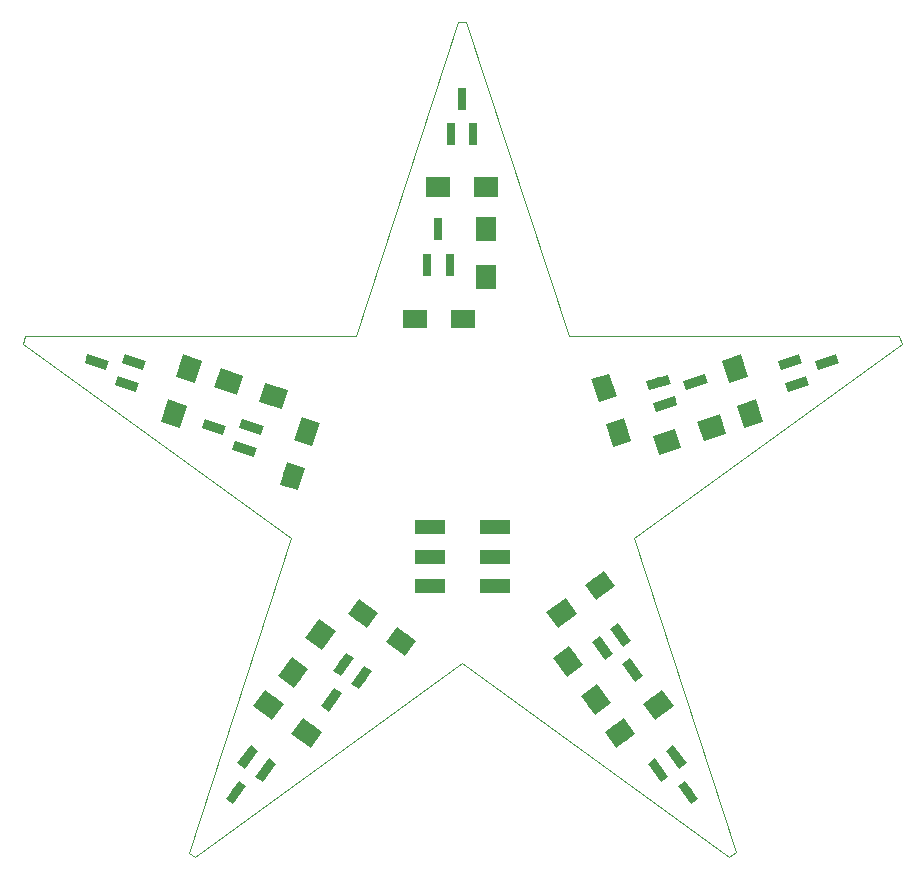
<source format=gtp>
G04 #@! TF.GenerationSoftware,KiCad,Pcbnew,(5.0.0)*
G04 #@! TF.CreationDate,2018-11-25T22:53:08-05:00*
G04 #@! TF.ProjectId,Blink_Badge,426C696E6B5F42616467652E6B696361,B*
G04 #@! TF.SameCoordinates,Original*
G04 #@! TF.FileFunction,Paste,Top*
G04 #@! TF.FilePolarity,Positive*
%FSLAX46Y46*%
G04 Gerber Fmt 4.6, Leading zero omitted, Abs format (unit mm)*
G04 Created by KiCad (PCBNEW (5.0.0)) date 11/25/18 22:53:08*
%MOMM*%
%LPD*%
G01*
G04 APERTURE LIST*
%ADD10C,0.100000*%
%ADD11R,2.500000X1.200000*%
%ADD12R,2.000000X1.600000*%
%ADD13C,1.600000*%
%ADD14C,0.150000*%
%ADD15C,1.700000*%
%ADD16R,2.000000X1.700000*%
%ADD17R,1.700000X2.000000*%
%ADD18R,0.800000X1.900000*%
%ADD19C,0.800000*%
G04 APERTURE END LIST*
D10*
X159900000Y-140450000D02*
X160475000Y-140025000D01*
X114100000Y-140075000D02*
X114625000Y-140475000D01*
X100250000Y-96350000D02*
X100050000Y-96975000D01*
X136950000Y-69700000D02*
X137625000Y-69700000D01*
X174250000Y-96350000D02*
X174475000Y-97025000D01*
X174250000Y-96350000D02*
X146290000Y-96345000D01*
X137290000Y-123995000D02*
X114625000Y-140475000D01*
X159900000Y-140450000D02*
X137290000Y-123995000D01*
X151840000Y-113445000D02*
X160475000Y-140025000D01*
X174475000Y-97025000D02*
X151840000Y-113445000D01*
X122740000Y-113445000D02*
X114100000Y-140075000D01*
X100050000Y-96975000D02*
X122740000Y-113445000D01*
X128290000Y-96345000D02*
X100250000Y-96350000D01*
X136950000Y-69700000D02*
X128290000Y-96345000D01*
X137625000Y-69700000D02*
X146290000Y-96345000D01*
D11*
G04 #@! TO.C,S1*
X134540000Y-117500000D03*
X134540000Y-115000000D03*
X134540000Y-112500000D03*
X140040000Y-112500000D03*
X140040000Y-115000000D03*
X140040000Y-117500000D03*
G04 #@! TD*
D12*
G04 #@! TO.C,C1*
X137300000Y-94900000D03*
X133300000Y-94900000D03*
G04 #@! TD*
D13*
G04 #@! TO.C,C2*
X149281966Y-100697887D03*
D14*
G36*
X148212104Y-99994044D02*
X149733794Y-99499617D01*
X150351828Y-101401730D01*
X148830138Y-101896157D01*
X148212104Y-99994044D01*
X148212104Y-99994044D01*
G37*
D13*
X150518034Y-104502113D03*
D14*
G36*
X149448172Y-103798270D02*
X150969862Y-103303843D01*
X151587896Y-105205956D01*
X150066206Y-105700383D01*
X149448172Y-103798270D01*
X149448172Y-103798270D01*
G37*
G04 #@! TD*
D13*
G04 #@! TO.C,C3*
X145681966Y-119775571D03*
D14*
G36*
X146020755Y-118540572D02*
X146961211Y-119834999D01*
X145343177Y-121010570D01*
X144402721Y-119716143D01*
X146020755Y-118540572D01*
X146020755Y-118540572D01*
G37*
D13*
X148918034Y-117424429D03*
D14*
G36*
X149256823Y-116189430D02*
X150197279Y-117483857D01*
X148579245Y-118659428D01*
X147638789Y-117365001D01*
X149256823Y-116189430D01*
X149256823Y-116189430D01*
G37*
G04 #@! TD*
D13*
G04 #@! TO.C,C4*
X132118034Y-122175571D03*
D14*
G36*
X133397279Y-122116143D02*
X132456823Y-123410570D01*
X130838789Y-122234999D01*
X131779245Y-120940572D01*
X133397279Y-122116143D01*
X133397279Y-122116143D01*
G37*
D13*
X128881966Y-119824429D03*
D14*
G36*
X130161211Y-119765001D02*
X129220755Y-121059428D01*
X127602721Y-119883857D01*
X128543177Y-118589430D01*
X130161211Y-119765001D01*
X130161211Y-119765001D01*
G37*
G04 #@! TD*
D13*
G04 #@! TO.C,C5*
X124118034Y-104397887D03*
D14*
G36*
X124569862Y-105596157D02*
X123048172Y-105101730D01*
X123666206Y-103199617D01*
X125187896Y-103694044D01*
X124569862Y-105596157D01*
X124569862Y-105596157D01*
G37*
D13*
X122881966Y-108202113D03*
D14*
G36*
X123333794Y-109400383D02*
X121812104Y-108905956D01*
X122430138Y-107003843D01*
X123951828Y-107498270D01*
X123333794Y-109400383D01*
X123333794Y-109400383D01*
G37*
G04 #@! TD*
D15*
G04 #@! TO.C,R7*
X120881966Y-127574429D03*
D14*
G36*
X119573332Y-127674308D02*
X120572566Y-126298979D01*
X122190600Y-127474550D01*
X121191366Y-128849879D01*
X119573332Y-127674308D01*
X119573332Y-127674308D01*
G37*
D15*
X124118034Y-129925571D03*
D14*
G36*
X122809400Y-130025450D02*
X123808634Y-128650121D01*
X125426668Y-129825692D01*
X124427434Y-131201021D01*
X122809400Y-130025450D01*
X122809400Y-130025450D01*
G37*
G04 #@! TD*
D16*
G04 #@! TO.C,R1*
X135250000Y-83750000D03*
X139250000Y-83750000D03*
G04 #@! TD*
D15*
G04 #@! TO.C,R3*
X161618034Y-102902113D03*
D14*
G36*
X162735449Y-103590505D02*
X161118653Y-104115834D01*
X160500619Y-102213721D01*
X162117415Y-101688392D01*
X162735449Y-103590505D01*
X162735449Y-103590505D01*
G37*
D15*
X160381966Y-99097887D03*
D14*
G36*
X161499381Y-99786279D02*
X159882585Y-100311608D01*
X159264551Y-98409495D01*
X160881347Y-97884166D01*
X161499381Y-99786279D01*
X161499381Y-99786279D01*
G37*
G04 #@! TD*
D15*
G04 #@! TO.C,R4*
X158402113Y-104081966D03*
D14*
G36*
X157713721Y-105199381D02*
X157188392Y-103582585D01*
X159090505Y-102964551D01*
X159615834Y-104581347D01*
X157713721Y-105199381D01*
X157713721Y-105199381D01*
G37*
D15*
X154597887Y-105318034D03*
D14*
G36*
X153909495Y-106435449D02*
X153384166Y-104818653D01*
X155286279Y-104200619D01*
X155811608Y-105817415D01*
X153909495Y-106435449D01*
X153909495Y-106435449D01*
G37*
G04 #@! TD*
D15*
G04 #@! TO.C,R5*
X150631966Y-129925571D03*
D14*
G36*
X150322566Y-131201021D02*
X149323332Y-129825692D01*
X150941366Y-128650121D01*
X151940600Y-130025450D01*
X150322566Y-131201021D01*
X150322566Y-131201021D01*
G37*
D15*
X153868034Y-127574429D03*
D14*
G36*
X153558634Y-128849879D02*
X152559400Y-127474550D01*
X154177434Y-126298979D01*
X155176668Y-127674308D01*
X153558634Y-128849879D01*
X153558634Y-128849879D01*
G37*
G04 #@! TD*
D15*
G04 #@! TO.C,R9*
X112881966Y-102902113D03*
D14*
G36*
X112382585Y-101688392D02*
X113999381Y-102213721D01*
X113381347Y-104115834D01*
X111764551Y-103590505D01*
X112382585Y-101688392D01*
X112382585Y-101688392D01*
G37*
D15*
X114118034Y-99097887D03*
D14*
G36*
X113618653Y-97884166D02*
X115235449Y-98409495D01*
X114617415Y-100311608D01*
X113000619Y-99786279D01*
X113618653Y-97884166D01*
X113618653Y-97884166D01*
G37*
G04 #@! TD*
D15*
G04 #@! TO.C,R8*
X125275571Y-121581966D03*
D14*
G36*
X125175692Y-120273332D02*
X126551021Y-121272566D01*
X125375450Y-122890600D01*
X124000121Y-121891366D01*
X125175692Y-120273332D01*
X125175692Y-120273332D01*
G37*
D15*
X122924429Y-124818034D03*
D14*
G36*
X122824550Y-123509400D02*
X124199879Y-124508634D01*
X123024308Y-126126668D01*
X121648979Y-125127434D01*
X122824550Y-123509400D01*
X122824550Y-123509400D01*
G37*
G04 #@! TD*
D15*
G04 #@! TO.C,R6*
X148575571Y-127118034D03*
D14*
G36*
X147300121Y-126808634D02*
X148675450Y-125809400D01*
X149851021Y-127427434D01*
X148475692Y-128426668D01*
X147300121Y-126808634D01*
X147300121Y-126808634D01*
G37*
D15*
X146224429Y-123881966D03*
D14*
G36*
X144948979Y-123572566D02*
X146324308Y-122573332D01*
X147499879Y-124191366D01*
X146124550Y-125190600D01*
X144948979Y-123572566D01*
X144948979Y-123572566D01*
G37*
G04 #@! TD*
D15*
G04 #@! TO.C,R10*
X121302113Y-101418034D03*
D14*
G36*
X122515834Y-100918653D02*
X121990505Y-102535449D01*
X120088392Y-101917415D01*
X120613721Y-100300619D01*
X122515834Y-100918653D01*
X122515834Y-100918653D01*
G37*
D15*
X117497887Y-100181966D03*
D14*
G36*
X118711608Y-99682585D02*
X118186279Y-101299381D01*
X116284166Y-100681347D01*
X116809495Y-99064551D01*
X118711608Y-99682585D01*
X118711608Y-99682585D01*
G37*
G04 #@! TD*
D17*
G04 #@! TO.C,R2*
X139300000Y-87300000D03*
X139300000Y-91300000D03*
G04 #@! TD*
D18*
G04 #@! TO.C,D1*
X137250000Y-76250000D03*
X138200000Y-79250000D03*
X136300000Y-79250000D03*
G04 #@! TD*
D19*
G04 #@! TO.C,D2*
X168176585Y-98536475D03*
D14*
G36*
X167396688Y-99210464D02*
X167149475Y-98449619D01*
X168956482Y-97862486D01*
X169203695Y-98623331D01*
X167396688Y-99210464D01*
X167396688Y-99210464D01*
G37*
D19*
X165616981Y-100367029D03*
D14*
G36*
X164837084Y-101041018D02*
X164589871Y-100280173D01*
X166396878Y-99693040D01*
X166644091Y-100453885D01*
X164837084Y-101041018D01*
X164837084Y-101041018D01*
G37*
D19*
X165029849Y-98560022D03*
D14*
G36*
X164249952Y-99234011D02*
X164002739Y-98473166D01*
X165809746Y-97886033D01*
X166056959Y-98646878D01*
X164249952Y-99234011D01*
X164249952Y-99234011D01*
G37*
G04 #@! TD*
D19*
G04 #@! TO.C,D3*
X155386888Y-131978079D03*
D14*
G36*
X154504885Y-131444627D02*
X155152099Y-130974399D01*
X156268891Y-132511531D01*
X155621677Y-132981759D01*
X154504885Y-131444627D01*
X154504885Y-131444627D01*
G37*
D19*
X153849756Y-133094870D03*
D14*
G36*
X152967753Y-132561418D02*
X153614967Y-132091190D01*
X154731759Y-133628322D01*
X154084545Y-134098550D01*
X152967753Y-132561418D01*
X152967753Y-132561418D01*
G37*
D19*
X156381678Y-134963525D03*
D14*
G36*
X155499675Y-134430073D02*
X156146889Y-133959845D01*
X157263681Y-135496977D01*
X156616467Y-135967205D01*
X155499675Y-134430073D01*
X155499675Y-134430073D01*
G37*
G04 #@! TD*
D19*
G04 #@! TO.C,D5*
X106323415Y-98536475D03*
D14*
G36*
X107350525Y-98449619D02*
X107103312Y-99210464D01*
X105296305Y-98623331D01*
X105543518Y-97862486D01*
X107350525Y-98449619D01*
X107350525Y-98449619D01*
G37*
D19*
X109470151Y-98560022D03*
D14*
G36*
X110497261Y-98473166D02*
X110250048Y-99234011D01*
X108443041Y-98646878D01*
X108690254Y-97886033D01*
X110497261Y-98473166D01*
X110497261Y-98473166D01*
G37*
D19*
X108883019Y-100367029D03*
D14*
G36*
X109910129Y-100280173D02*
X109662916Y-101041018D01*
X107855909Y-100453885D01*
X108103122Y-99693040D01*
X109910129Y-100280173D01*
X109910129Y-100280173D01*
G37*
G04 #@! TD*
D18*
G04 #@! TO.C,Q1*
X134300000Y-90300000D03*
X136200000Y-90300000D03*
X135250000Y-87300000D03*
G04 #@! TD*
D19*
G04 #@! TO.C,Q2*
X157026585Y-100236475D03*
D14*
G36*
X156246688Y-100910464D02*
X155999475Y-100149619D01*
X157806482Y-99562486D01*
X158053695Y-100323331D01*
X156246688Y-100910464D01*
X156246688Y-100910464D01*
G37*
D19*
X154466981Y-102067029D03*
D14*
G36*
X153687084Y-102741018D02*
X153439871Y-101980173D01*
X155246878Y-101393040D01*
X155494091Y-102153885D01*
X153687084Y-102741018D01*
X153687084Y-102741018D01*
G37*
D19*
X153879849Y-100260022D03*
D14*
G36*
X153099952Y-100934011D02*
X152852739Y-100173166D01*
X154659746Y-99586033D01*
X154906959Y-100346878D01*
X153099952Y-100934011D01*
X153099952Y-100934011D01*
G37*
G04 #@! TD*
D19*
G04 #@! TO.C,Q3*
X150686888Y-121628079D03*
D14*
G36*
X149804885Y-121094627D02*
X150452099Y-120624399D01*
X151568891Y-122161531D01*
X150921677Y-122631759D01*
X149804885Y-121094627D01*
X149804885Y-121094627D01*
G37*
D19*
X149149756Y-122744870D03*
D14*
G36*
X148267753Y-122211418D02*
X148914967Y-121741190D01*
X150031759Y-123278322D01*
X149384545Y-123748550D01*
X148267753Y-122211418D01*
X148267753Y-122211418D01*
G37*
D19*
X151681678Y-124613525D03*
D14*
G36*
X150799675Y-124080073D02*
X151446889Y-123609845D01*
X152563681Y-125146977D01*
X151916467Y-125617205D01*
X150799675Y-124080073D01*
X150799675Y-124080073D01*
G37*
G04 #@! TD*
D19*
G04 #@! TO.C,Q4*
X126218322Y-127113525D03*
D14*
G36*
X126453111Y-126109845D02*
X127100325Y-126580073D01*
X125983533Y-128117205D01*
X125336319Y-127646977D01*
X126453111Y-126109845D01*
X126453111Y-126109845D01*
G37*
D19*
X127213112Y-124128079D03*
D14*
G36*
X127447901Y-123124399D02*
X128095115Y-123594627D01*
X126978323Y-125131759D01*
X126331109Y-124661531D01*
X127447901Y-123124399D01*
X127447901Y-123124399D01*
G37*
D19*
X128750244Y-125244870D03*
D14*
G36*
X128985033Y-124241190D02*
X129632247Y-124711418D01*
X128515455Y-126248550D01*
X127868241Y-125778322D01*
X128985033Y-124241190D01*
X128985033Y-124241190D01*
G37*
G04 #@! TD*
D19*
G04 #@! TO.C,Q5*
X118833019Y-105867029D03*
D14*
G36*
X119860129Y-105780173D02*
X119612916Y-106541018D01*
X117805909Y-105953885D01*
X118053122Y-105193040D01*
X119860129Y-105780173D01*
X119860129Y-105780173D01*
G37*
D19*
X119420151Y-104060022D03*
D14*
G36*
X120447261Y-103973166D02*
X120200048Y-104734011D01*
X118393041Y-104146878D01*
X118640254Y-103386033D01*
X120447261Y-103973166D01*
X120447261Y-103973166D01*
G37*
D19*
X116273415Y-104036475D03*
D14*
G36*
X117300525Y-103949619D02*
X117053312Y-104710464D01*
X115246305Y-104123331D01*
X115493518Y-103362486D01*
X117300525Y-103949619D01*
X117300525Y-103949619D01*
G37*
G04 #@! TD*
D19*
G04 #@! TO.C,D4*
X118118322Y-134963525D03*
D14*
G36*
X118353111Y-133959845D02*
X119000325Y-134430073D01*
X117883533Y-135967205D01*
X117236319Y-135496977D01*
X118353111Y-133959845D01*
X118353111Y-133959845D01*
G37*
D19*
X119113112Y-131978079D03*
D14*
G36*
X119347901Y-130974399D02*
X119995115Y-131444627D01*
X118878323Y-132981759D01*
X118231109Y-132511531D01*
X119347901Y-130974399D01*
X119347901Y-130974399D01*
G37*
D19*
X120650244Y-133094870D03*
D14*
G36*
X120885033Y-132091190D02*
X121532247Y-132561418D01*
X120415455Y-134098550D01*
X119768241Y-133628322D01*
X120885033Y-132091190D01*
X120885033Y-132091190D01*
G37*
G04 #@! TD*
M02*

</source>
